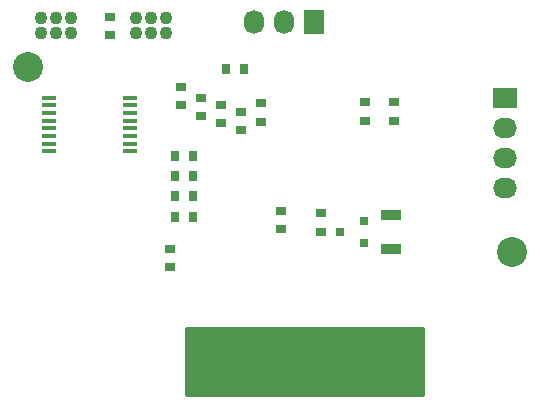
<source format=gbr>
G04 #@! TF.FileFunction,Soldermask,Top*
%FSLAX46Y46*%
G04 Gerber Fmt 4.6, Leading zero omitted, Abs format (unit mm)*
G04 Created by KiCad (PCBNEW 4.0.6-e0-6349~53~ubuntu14.04.1) date Mon Mar 27 23:32:28 2017*
%MOMM*%
%LPD*%
G01*
G04 APERTURE LIST*
%ADD10C,0.100000*%
%ADD11R,0.650240X3.599180*%
%ADD12R,0.650240X4.599940*%
%ADD13O,0.650240X0.650240*%
%ADD14R,2.032000X1.727200*%
%ADD15O,2.032000X1.727200*%
%ADD16C,1.100000*%
%ADD17R,1.700000X0.900000*%
%ADD18R,0.864000X0.787000*%
%ADD19R,0.800100X0.800100*%
%ADD20R,1.727200X2.032000*%
%ADD21O,1.727200X2.032000*%
%ADD22R,0.787000X0.864000*%
%ADD23R,1.200000X0.400000*%
%ADD24C,2.540000*%
%ADD25C,0.254000*%
G04 APERTURE END LIST*
D10*
D11*
X159499600Y-99499620D03*
D12*
X158498840Y-100000000D03*
X157500620Y-100000000D03*
X156499860Y-100000000D03*
X155499100Y-100000000D03*
X154500880Y-100000000D03*
X153500120Y-100000000D03*
X152499360Y-100000000D03*
X151501140Y-100000000D03*
X150500380Y-100000000D03*
X149499620Y-100000000D03*
X144500900Y-100000000D03*
X143500140Y-100000000D03*
X142499380Y-100000000D03*
X141501160Y-100000000D03*
X140500400Y-100000000D03*
X146499880Y-100000000D03*
X145499120Y-100000000D03*
D13*
X156499860Y-102301240D03*
X155499100Y-102301240D03*
X154500880Y-102301240D03*
X153500120Y-102301240D03*
X152499360Y-102301240D03*
X151501140Y-102301240D03*
X150500380Y-102301240D03*
X144500900Y-102301240D03*
X143500140Y-102301240D03*
X157500620Y-102301240D03*
X145499120Y-102301240D03*
X142499380Y-102301240D03*
X149499620Y-102301240D03*
X146499880Y-102301240D03*
X141501160Y-102301240D03*
X140500400Y-102301240D03*
X158498840Y-102301240D03*
D14*
X167000000Y-78190000D03*
D15*
X167000000Y-80730000D03*
X167000000Y-83270000D03*
X167000000Y-85810000D03*
D16*
X138270000Y-72635000D03*
X138270000Y-71365000D03*
X137000000Y-72635000D03*
X137000000Y-71365000D03*
X135730000Y-72635000D03*
X135730000Y-71365000D03*
X130270000Y-72635000D03*
X130270000Y-71365000D03*
X129000000Y-72635000D03*
X129000000Y-71365000D03*
X127730000Y-72635000D03*
X127730000Y-71365000D03*
D17*
X157325000Y-90950000D03*
X157325000Y-88050000D03*
D18*
X151425000Y-89474500D03*
X151425000Y-87925500D03*
D19*
X155025760Y-90450000D03*
X155025760Y-88550000D03*
X153026780Y-89500000D03*
D20*
X150865000Y-71700000D03*
D21*
X148325000Y-71700000D03*
X145785000Y-71700000D03*
D18*
X155125000Y-80074500D03*
X155125000Y-78525500D03*
X148025000Y-87725500D03*
X148025000Y-89274500D03*
X144625000Y-79325500D03*
X144625000Y-80874500D03*
X157625000Y-80074500D03*
X157625000Y-78525500D03*
X133525000Y-71325500D03*
X133525000Y-72874500D03*
X142925000Y-78725500D03*
X142925000Y-80274500D03*
D22*
X143350500Y-75700000D03*
X144899500Y-75700000D03*
D18*
X138625000Y-90925500D03*
X138625000Y-92474500D03*
X139525000Y-77225500D03*
X139525000Y-78774500D03*
X146325000Y-78625500D03*
X146325000Y-80174500D03*
X141225000Y-78125500D03*
X141225000Y-79674500D03*
D22*
X139050500Y-86500000D03*
X140599500Y-86500000D03*
X139050500Y-88200000D03*
X140599500Y-88200000D03*
X139050500Y-84800000D03*
X140599500Y-84800000D03*
X139050500Y-83100000D03*
X140599500Y-83100000D03*
D23*
X128375000Y-78125000D03*
X128375000Y-78775000D03*
X128375000Y-79425000D03*
X128375000Y-80075000D03*
X128375000Y-80725000D03*
X128375000Y-81375000D03*
X128375000Y-82025000D03*
X128375000Y-82675000D03*
X135275000Y-82675000D03*
X135275000Y-82025000D03*
X135275000Y-81375000D03*
X135275000Y-80725000D03*
X135275000Y-80075000D03*
X135275000Y-79425000D03*
X135275000Y-78775000D03*
X135275000Y-78125000D03*
D24*
X126600000Y-75500000D03*
X167600000Y-91200000D03*
D25*
G36*
X160023000Y-103298000D02*
X139977000Y-103298000D01*
X139977000Y-97602000D01*
X160023000Y-97602000D01*
X160023000Y-103298000D01*
X160023000Y-103298000D01*
G37*
X160023000Y-103298000D02*
X139977000Y-103298000D01*
X139977000Y-97602000D01*
X160023000Y-97602000D01*
X160023000Y-103298000D01*
M02*

</source>
